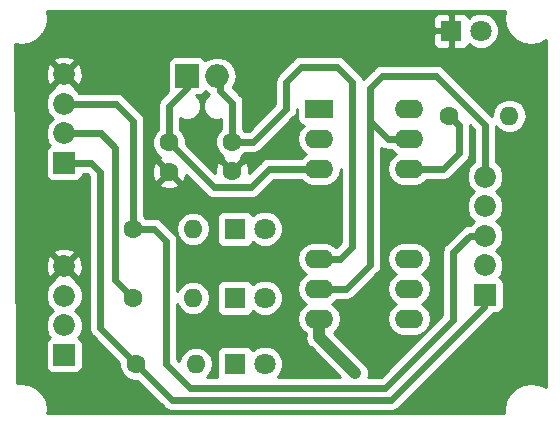
<source format=gbr>
G04 #@! TF.GenerationSoftware,KiCad,Pcbnew,5.0.1*
G04 #@! TF.CreationDate,2019-03-20T13:16:31+05:30*
G04 #@! TF.ProjectId,motor,6D6F746F722E6B696361645F70636200,rev?*
G04 #@! TF.SameCoordinates,Original*
G04 #@! TF.FileFunction,Copper,L1,Top,Signal*
G04 #@! TF.FilePolarity,Positive*
%FSLAX46Y46*%
G04 Gerber Fmt 4.6, Leading zero omitted, Abs format (unit mm)*
G04 Created by KiCad (PCBNEW 5.0.1) date Wed 20 Mar 2019 01:16:31 PM IST*
%MOMM*%
%LPD*%
G01*
G04 APERTURE LIST*
G04 #@! TA.AperFunction,ComponentPad*
%ADD10C,1.850000*%
G04 #@! TD*
G04 #@! TA.AperFunction,ComponentPad*
%ADD11R,1.850000X1.850000*%
G04 #@! TD*
G04 #@! TA.AperFunction,ComponentPad*
%ADD12C,1.800000*%
G04 #@! TD*
G04 #@! TA.AperFunction,ComponentPad*
%ADD13R,1.800000X1.800000*%
G04 #@! TD*
G04 #@! TA.AperFunction,ComponentPad*
%ADD14O,1.600000X1.600000*%
G04 #@! TD*
G04 #@! TA.AperFunction,ComponentPad*
%ADD15C,1.600000*%
G04 #@! TD*
G04 #@! TA.AperFunction,ComponentPad*
%ADD16O,2.400000X1.600000*%
G04 #@! TD*
G04 #@! TA.AperFunction,ComponentPad*
%ADD17R,2.400000X1.600000*%
G04 #@! TD*
G04 #@! TA.AperFunction,ComponentPad*
%ADD18R,1.998980X1.998980*%
G04 #@! TD*
G04 #@! TA.AperFunction,ComponentPad*
%ADD19O,1.998980X1.998980*%
G04 #@! TD*
G04 #@! TA.AperFunction,ViaPad*
%ADD20C,1.000000*%
G04 #@! TD*
G04 #@! TA.AperFunction,Conductor*
%ADD21C,1.000000*%
G04 #@! TD*
G04 #@! TA.AperFunction,Conductor*
%ADD22C,0.600000*%
G04 #@! TD*
G04 #@! TA.AperFunction,Conductor*
%ADD23C,0.254000*%
G04 #@! TD*
G04 APERTURE END LIST*
D10*
G04 #@! TO.P,J4,5*
G04 #@! TO.N,/2a*
X123525000Y-96675000D03*
G04 #@! TO.P,J4,4*
G04 #@! TO.N,/1a*
X123525000Y-99175000D03*
G04 #@! TO.P,J4,3*
G04 #@! TO.N,/sw1*
X123525000Y-101675000D03*
G04 #@! TO.P,J4,2*
G04 #@! TO.N,/sw2*
X123525000Y-104175000D03*
D11*
G04 #@! TO.P,J4,1*
G04 #@! TO.N,/sw3*
X123525000Y-106675000D03*
G04 #@! TD*
D12*
G04 #@! TO.P,D4,2*
G04 #@! TO.N,Net-(D4-Pad2)*
X123190000Y-84328000D03*
D13*
G04 #@! TO.P,D4,1*
G04 #@! TO.N,GND*
X120650000Y-84328000D03*
G04 #@! TD*
D14*
G04 #@! TO.P,R4,2*
G04 #@! TO.N,Net-(D4-Pad2)*
X125580000Y-91500000D03*
D15*
G04 #@! TO.P,R4,1*
G04 #@! TO.N,Net-(R4-Pad1)*
X120500000Y-91500000D03*
G04 #@! TD*
G04 #@! TO.P,C2,1*
G04 #@! TO.N,Net-(C2-Pad1)*
X102108000Y-93726000D03*
G04 #@! TO.P,C2,2*
G04 #@! TO.N,GND*
X102108000Y-96226000D03*
G04 #@! TD*
G04 #@! TO.P,C1,2*
G04 #@! TO.N,Net-(C1-Pad2)*
X96774000Y-93766000D03*
G04 #@! TO.P,C1,1*
G04 #@! TO.N,GND*
X96774000Y-96266000D03*
G04 #@! TD*
D14*
G04 #@! TO.P,R3,2*
G04 #@! TO.N,Net-(D3-Pad1)*
X99060000Y-112522000D03*
D15*
G04 #@! TO.P,R3,1*
G04 #@! TO.N,/sw3*
X93980000Y-112522000D03*
G04 #@! TD*
G04 #@! TO.P,R2,1*
G04 #@! TO.N,/sw2*
X93726000Y-106934000D03*
D14*
G04 #@! TO.P,R2,2*
G04 #@! TO.N,Net-(D2-Pad1)*
X98806000Y-106934000D03*
G04 #@! TD*
G04 #@! TO.P,R1,2*
G04 #@! TO.N,Net-(D1-Pad1)*
X98806000Y-101092000D03*
D15*
G04 #@! TO.P,R1,1*
G04 #@! TO.N,/sw1*
X93726000Y-101092000D03*
G04 #@! TD*
D12*
G04 #@! TO.P,D3,2*
G04 #@! TO.N,+5V*
X104902000Y-112522000D03*
D13*
G04 #@! TO.P,D3,1*
G04 #@! TO.N,Net-(D3-Pad1)*
X102362000Y-112522000D03*
G04 #@! TD*
G04 #@! TO.P,D2,1*
G04 #@! TO.N,Net-(D2-Pad1)*
X102362000Y-106934000D03*
D12*
G04 #@! TO.P,D2,2*
G04 #@! TO.N,+5V*
X104902000Y-106934000D03*
G04 #@! TD*
G04 #@! TO.P,D1,2*
G04 #@! TO.N,+5V*
X104902000Y-101092000D03*
D13*
G04 #@! TO.P,D1,1*
G04 #@! TO.N,Net-(D1-Pad1)*
X102362000Y-101092000D03*
G04 #@! TD*
D16*
G04 #@! TO.P,U1,16*
G04 #@! TO.N,+5V*
X117094000Y-90932000D03*
G04 #@! TO.P,U1,8*
G04 #@! TO.N,+12V*
X109474000Y-108712000D03*
G04 #@! TO.P,U1,15*
G04 #@! TO.N,/2a*
X117094000Y-93472000D03*
G04 #@! TO.P,U1,7*
X109474000Y-106172000D03*
G04 #@! TO.P,U1,14*
G04 #@! TO.N,Net-(R4-Pad1)*
X117094000Y-96012000D03*
G04 #@! TO.P,U1,6*
G04 #@! TO.N,Net-(C2-Pad1)*
X109474000Y-103632000D03*
G04 #@! TO.P,U1,13*
G04 #@! TO.N,GND*
X117094000Y-98552000D03*
G04 #@! TO.P,U1,5*
X109474000Y-101092000D03*
G04 #@! TO.P,U1,12*
X117094000Y-101092000D03*
G04 #@! TO.P,U1,4*
X109474000Y-98552000D03*
G04 #@! TO.P,U1,11*
G04 #@! TO.N,Net-(U1-Pad11)*
X117094000Y-103632000D03*
G04 #@! TO.P,U1,3*
G04 #@! TO.N,Net-(C1-Pad2)*
X109474000Y-96012000D03*
G04 #@! TO.P,U1,10*
G04 #@! TO.N,Net-(U1-Pad10)*
X117094000Y-106172000D03*
G04 #@! TO.P,U1,2*
G04 #@! TO.N,/1a*
X109474000Y-93472000D03*
G04 #@! TO.P,U1,9*
X117094000Y-108712000D03*
D17*
G04 #@! TO.P,U1,1*
G04 #@! TO.N,+5V*
X109474000Y-90932000D03*
G04 #@! TD*
D10*
G04 #@! TO.P,J1,4*
G04 #@! TO.N,GND*
X87884000Y-104260000D03*
G04 #@! TO.P,J1,3*
G04 #@! TO.N,+5V*
X87884000Y-106760000D03*
G04 #@! TO.P,J1,2*
G04 #@! TO.N,+12V*
X87884000Y-109260000D03*
D11*
G04 #@! TO.P,J1,1*
G04 #@! TO.N,Net-(J1-Pad1)*
X87884000Y-111760000D03*
G04 #@! TD*
D10*
G04 #@! TO.P,J2,4*
G04 #@! TO.N,GND*
X87884000Y-88004000D03*
G04 #@! TO.P,J2,3*
G04 #@! TO.N,/sw1*
X87884000Y-90504000D03*
G04 #@! TO.P,J2,2*
G04 #@! TO.N,/sw2*
X87884000Y-93004000D03*
D11*
G04 #@! TO.P,J2,1*
G04 #@! TO.N,/sw3*
X87884000Y-95504000D03*
G04 #@! TD*
D18*
G04 #@! TO.P,J3,1*
G04 #@! TO.N,Net-(C1-Pad2)*
X98298000Y-88138000D03*
D19*
G04 #@! TO.P,J3,2*
G04 #@! TO.N,Net-(C2-Pad1)*
X100838000Y-88138000D03*
G04 #@! TD*
D20*
G04 #@! TO.N,+12V*
X112522000Y-113284000D03*
G04 #@! TD*
D21*
G04 #@! TO.N,+12V*
X109474000Y-108712000D02*
X109474000Y-110236000D01*
X109474000Y-110236000D02*
X112522000Y-113284000D01*
D22*
G04 #@! TO.N,/sw3*
X115570000Y-115570000D02*
X121412000Y-109728000D01*
X93980000Y-112522000D02*
X97028000Y-115570000D01*
X97028000Y-115570000D02*
X115570000Y-115570000D01*
X123425000Y-107715000D02*
X123425000Y-106775000D01*
X121412000Y-109728000D02*
X123425000Y-107715000D01*
X93980000Y-112522000D02*
X90932000Y-109474000D01*
X90932000Y-109474000D02*
X90932000Y-96266000D01*
X90170000Y-95504000D02*
X87884000Y-95504000D01*
X90932000Y-96266000D02*
X90170000Y-95504000D01*
G04 #@! TO.N,/sw2*
X93726000Y-106934000D02*
X92202000Y-105410000D01*
X92202000Y-105410000D02*
X92202000Y-94234000D01*
X90972000Y-93004000D02*
X92202000Y-94234000D01*
X87884000Y-93004000D02*
X90972000Y-93004000D01*
G04 #@! TO.N,/sw1*
X115062000Y-114554000D02*
X98552000Y-114554000D01*
X120825000Y-103066853D02*
X120825000Y-108791000D01*
X122216853Y-101675000D02*
X120825000Y-103066853D01*
X123525000Y-101675000D02*
X122216853Y-101675000D01*
X120825000Y-108791000D02*
X115062000Y-114554000D01*
X92282000Y-90504000D02*
X87884000Y-90504000D01*
X93726000Y-101092000D02*
X93726000Y-91948000D01*
X93726000Y-91948000D02*
X92282000Y-90504000D01*
X98552000Y-114554000D02*
X96520000Y-112522000D01*
X96520000Y-112522000D02*
X96520000Y-102108000D01*
X95504000Y-101092000D02*
X93726000Y-101092000D01*
X96520000Y-102108000D02*
X95504000Y-101092000D01*
G04 #@! TO.N,/2a*
X111760000Y-106172000D02*
X109474000Y-106172000D01*
X113792000Y-104140000D02*
X111760000Y-106172000D01*
X119380000Y-88138000D02*
X114808000Y-88138000D01*
X123535001Y-92293001D02*
X119380000Y-88138000D01*
X114808000Y-88138000D02*
X113792000Y-89154000D01*
X115294000Y-93472000D02*
X113792000Y-91970000D01*
X113792000Y-91970000D02*
X113792000Y-91100000D01*
X117094000Y-93472000D02*
X115294000Y-93472000D01*
X113792000Y-89154000D02*
X113792000Y-91100000D01*
X113792000Y-91100000D02*
X113792000Y-104140000D01*
X123525000Y-94335001D02*
X123535001Y-94325000D01*
X123525000Y-96675000D02*
X123525000Y-94335001D01*
X123535001Y-95755001D02*
X123535001Y-94325000D01*
X123535001Y-94325000D02*
X123535001Y-92293001D01*
G04 #@! TO.N,Net-(C1-Pad2)*
X98298000Y-89123998D02*
X98298000Y-88138000D01*
X96774000Y-90647998D02*
X98298000Y-89123998D01*
X96774000Y-93766000D02*
X96774000Y-90647998D01*
X105263000Y-96012000D02*
X109474000Y-96012000D01*
X103748999Y-97526001D02*
X105263000Y-96012000D01*
X96774000Y-93766000D02*
X100534001Y-97526001D01*
X100534001Y-97526001D02*
X103748999Y-97526001D01*
G04 #@! TO.N,Net-(C2-Pad1)*
X102108000Y-90393998D02*
X101092000Y-89377998D01*
X102108000Y-93726000D02*
X102108000Y-90393998D01*
X101092000Y-88392000D02*
X100838000Y-88138000D01*
X101092000Y-89377998D02*
X101092000Y-88392000D01*
X111252000Y-103632000D02*
X109474000Y-103632000D01*
X112268000Y-102616000D02*
X111252000Y-103632000D01*
X112268000Y-88646000D02*
X112268000Y-102616000D01*
X102108000Y-93726000D02*
X103886000Y-93726000D01*
X106680000Y-90932000D02*
X106680000Y-88646000D01*
X103886000Y-93726000D02*
X106680000Y-90932000D01*
X107950000Y-87376000D02*
X110998000Y-87376000D01*
X106680000Y-88646000D02*
X107950000Y-87376000D01*
X110998000Y-87376000D02*
X112268000Y-88646000D01*
G04 #@! TO.N,Net-(R4-Pad1)*
X121299999Y-92299999D02*
X121299999Y-94700001D01*
X120500000Y-91500000D02*
X121299999Y-92299999D01*
X119988000Y-96012000D02*
X117094000Y-96012000D01*
X121299999Y-94700001D02*
X119988000Y-96012000D01*
G04 #@! TD*
D23*
G04 #@! TO.N,GND*
G36*
X125105000Y-83220000D02*
X125217815Y-83932284D01*
X125545216Y-84574845D01*
X126055155Y-85084784D01*
X126697716Y-85412185D01*
X127410000Y-85525000D01*
X128122284Y-85412185D01*
X128651000Y-85142791D01*
X128651000Y-114497209D01*
X128122284Y-114227815D01*
X127410000Y-114115000D01*
X126697716Y-114227815D01*
X126055155Y-114555216D01*
X125545216Y-115065155D01*
X125217815Y-115707716D01*
X125105000Y-116420000D01*
X125151407Y-116713000D01*
X86468593Y-116713000D01*
X86515000Y-116420000D01*
X86402185Y-115707716D01*
X86074784Y-115065155D01*
X85564845Y-114555216D01*
X84922284Y-114227815D01*
X84210000Y-114115000D01*
X83927150Y-114159799D01*
X83902523Y-110835000D01*
X86311560Y-110835000D01*
X86311560Y-112685000D01*
X86360843Y-112932765D01*
X86501191Y-113142809D01*
X86711235Y-113283157D01*
X86959000Y-113332440D01*
X88809000Y-113332440D01*
X89056765Y-113283157D01*
X89266809Y-113142809D01*
X89407157Y-112932765D01*
X89456440Y-112685000D01*
X89456440Y-110835000D01*
X89407157Y-110587235D01*
X89266809Y-110377191D01*
X89090673Y-110259500D01*
X89206504Y-110143669D01*
X89444000Y-109570303D01*
X89444000Y-108949697D01*
X89206504Y-108376331D01*
X88840173Y-108010000D01*
X89206504Y-107643669D01*
X89444000Y-107070303D01*
X89444000Y-106449697D01*
X89206504Y-105876331D01*
X88773330Y-105443157D01*
X88802651Y-105358256D01*
X87884000Y-104439605D01*
X86965349Y-105358256D01*
X86994670Y-105443157D01*
X86561496Y-105876331D01*
X86324000Y-106449697D01*
X86324000Y-107070303D01*
X86561496Y-107643669D01*
X86927827Y-108010000D01*
X86561496Y-108376331D01*
X86324000Y-108949697D01*
X86324000Y-109570303D01*
X86561496Y-110143669D01*
X86677327Y-110259500D01*
X86501191Y-110377191D01*
X86360843Y-110587235D01*
X86311560Y-110835000D01*
X83902523Y-110835000D01*
X83851993Y-104013368D01*
X86312675Y-104013368D01*
X86337903Y-104633461D01*
X86526668Y-105089179D01*
X86785744Y-105178651D01*
X87704395Y-104260000D01*
X88063605Y-104260000D01*
X88982256Y-105178651D01*
X89241332Y-105089179D01*
X89455325Y-104506632D01*
X89430097Y-103886539D01*
X89241332Y-103430821D01*
X88982256Y-103341349D01*
X88063605Y-104260000D01*
X87704395Y-104260000D01*
X86785744Y-103341349D01*
X86526668Y-103430821D01*
X86312675Y-104013368D01*
X83851993Y-104013368D01*
X83845685Y-103161744D01*
X86965349Y-103161744D01*
X87884000Y-104080395D01*
X88802651Y-103161744D01*
X88713179Y-102902668D01*
X88130632Y-102688675D01*
X87510539Y-102713903D01*
X87054821Y-102902668D01*
X86965349Y-103161744D01*
X83845685Y-103161744D01*
X83782108Y-94579000D01*
X86311560Y-94579000D01*
X86311560Y-96429000D01*
X86360843Y-96676765D01*
X86501191Y-96886809D01*
X86711235Y-97027157D01*
X86959000Y-97076440D01*
X88809000Y-97076440D01*
X89056765Y-97027157D01*
X89266809Y-96886809D01*
X89407157Y-96676765D01*
X89454451Y-96439000D01*
X89782711Y-96439000D01*
X89997001Y-96653291D01*
X89997000Y-109381914D01*
X89978683Y-109474000D01*
X89997000Y-109566085D01*
X90051250Y-109838818D01*
X90257903Y-110148097D01*
X90335972Y-110200261D01*
X92545000Y-112409290D01*
X92545000Y-112807439D01*
X92763466Y-113334862D01*
X93167138Y-113738534D01*
X93694561Y-113957000D01*
X94092711Y-113957000D01*
X96301741Y-116166031D01*
X96353903Y-116244097D01*
X96663181Y-116450750D01*
X96832829Y-116484495D01*
X97028000Y-116523317D01*
X97120086Y-116505000D01*
X115477914Y-116505000D01*
X115570000Y-116523317D01*
X115662086Y-116505000D01*
X115934819Y-116450750D01*
X116244097Y-116244097D01*
X116296261Y-116166028D01*
X122138259Y-110324030D01*
X124021031Y-108441259D01*
X124099097Y-108389097D01*
X124193749Y-108247440D01*
X124450000Y-108247440D01*
X124697765Y-108198157D01*
X124907809Y-108057809D01*
X125048157Y-107847765D01*
X125097440Y-107600000D01*
X125097440Y-105750000D01*
X125048157Y-105502235D01*
X124907809Y-105292191D01*
X124731673Y-105174500D01*
X124847504Y-105058669D01*
X125085000Y-104485303D01*
X125085000Y-103864697D01*
X124847504Y-103291331D01*
X124481173Y-102925000D01*
X124847504Y-102558669D01*
X125085000Y-101985303D01*
X125085000Y-101364697D01*
X124847504Y-100791331D01*
X124481173Y-100425000D01*
X124847504Y-100058669D01*
X125085000Y-99485303D01*
X125085000Y-98864697D01*
X124847504Y-98291331D01*
X124481173Y-97925000D01*
X124847504Y-97558669D01*
X125085000Y-96985303D01*
X125085000Y-96364697D01*
X124847504Y-95791331D01*
X124470001Y-95413828D01*
X124470001Y-94417085D01*
X124488318Y-94325000D01*
X124470001Y-94232914D01*
X124470001Y-92421700D01*
X124545423Y-92534577D01*
X125020091Y-92851740D01*
X125438667Y-92935000D01*
X125721333Y-92935000D01*
X126139909Y-92851740D01*
X126614577Y-92534577D01*
X126931740Y-92059909D01*
X127043113Y-91500000D01*
X126931740Y-90940091D01*
X126614577Y-90465423D01*
X126139909Y-90148260D01*
X125721333Y-90065000D01*
X125438667Y-90065000D01*
X125020091Y-90148260D01*
X124545423Y-90465423D01*
X124228260Y-90940091D01*
X124116887Y-91500000D01*
X124129947Y-91565657D01*
X120106261Y-87541972D01*
X120054097Y-87463903D01*
X119744819Y-87257250D01*
X119472086Y-87203000D01*
X119380000Y-87184683D01*
X119287914Y-87203000D01*
X114900086Y-87203000D01*
X114808000Y-87184683D01*
X114715914Y-87203000D01*
X114443181Y-87257250D01*
X114133903Y-87463903D01*
X114081741Y-87541969D01*
X113195972Y-88427739D01*
X113180022Y-88438396D01*
X113148750Y-88281181D01*
X112942097Y-87971903D01*
X112864031Y-87919741D01*
X111724261Y-86779972D01*
X111672097Y-86701903D01*
X111362819Y-86495250D01*
X111090086Y-86441000D01*
X110998000Y-86422683D01*
X110905914Y-86441000D01*
X108042081Y-86441000D01*
X107949999Y-86422684D01*
X107857917Y-86441000D01*
X107857914Y-86441000D01*
X107585181Y-86495250D01*
X107275903Y-86701903D01*
X107223741Y-86779969D01*
X106083970Y-87919741D01*
X106005904Y-87971903D01*
X105953742Y-88049969D01*
X105953741Y-88049970D01*
X105799250Y-88281182D01*
X105726683Y-88646000D01*
X105745001Y-88738090D01*
X105745000Y-90544711D01*
X103498711Y-92791000D01*
X103202396Y-92791000D01*
X103043000Y-92631604D01*
X103043000Y-90486084D01*
X103061317Y-90393998D01*
X102988750Y-90029179D01*
X102834259Y-89797967D01*
X102782097Y-89719901D01*
X102704031Y-89667739D01*
X102151100Y-89114809D01*
X102377655Y-88775746D01*
X102504511Y-88138000D01*
X102377655Y-87500254D01*
X102016401Y-86959599D01*
X101475746Y-86598345D01*
X100998980Y-86503510D01*
X100677020Y-86503510D01*
X100200254Y-86598345D01*
X99854595Y-86829307D01*
X99755299Y-86680701D01*
X99545255Y-86540353D01*
X99297490Y-86491070D01*
X97298510Y-86491070D01*
X97050745Y-86540353D01*
X96840701Y-86680701D01*
X96700353Y-86890745D01*
X96651070Y-87138510D01*
X96651070Y-89137490D01*
X96700353Y-89385255D01*
X96706001Y-89393708D01*
X96177970Y-89921739D01*
X96099904Y-89973901D01*
X96047742Y-90051967D01*
X96047741Y-90051968D01*
X95893250Y-90283180D01*
X95820683Y-90647998D01*
X95839001Y-90740088D01*
X95839000Y-92671604D01*
X95557466Y-92953138D01*
X95339000Y-93480561D01*
X95339000Y-94051439D01*
X95557466Y-94578862D01*
X95961138Y-94982534D01*
X96026299Y-95009525D01*
X96019995Y-95012136D01*
X95945861Y-95258255D01*
X96774000Y-96086395D01*
X96788143Y-96072253D01*
X96967748Y-96251858D01*
X96953605Y-96266000D01*
X97781745Y-97094139D01*
X98027864Y-97020005D01*
X98207090Y-96521379D01*
X99807742Y-98122032D01*
X99859904Y-98200098D01*
X100169182Y-98406751D01*
X100441915Y-98461001D01*
X100441919Y-98461001D01*
X100534000Y-98479317D01*
X100626081Y-98461001D01*
X103656913Y-98461001D01*
X103748999Y-98479318D01*
X103841085Y-98461001D01*
X104113818Y-98406751D01*
X104423096Y-98200098D01*
X104475260Y-98122029D01*
X105650290Y-96947000D01*
X107972888Y-96947000D01*
X108039423Y-97046577D01*
X108514091Y-97363740D01*
X108932667Y-97447000D01*
X110015333Y-97447000D01*
X110433909Y-97363740D01*
X110908577Y-97046577D01*
X111225740Y-96571909D01*
X111333001Y-96032675D01*
X111333001Y-102228709D01*
X110930892Y-102630819D01*
X110908577Y-102597423D01*
X110433909Y-102280260D01*
X110015333Y-102197000D01*
X108932667Y-102197000D01*
X108514091Y-102280260D01*
X108039423Y-102597423D01*
X107722260Y-103072091D01*
X107610887Y-103632000D01*
X107722260Y-104191909D01*
X108039423Y-104666577D01*
X108391758Y-104902000D01*
X108039423Y-105137423D01*
X107722260Y-105612091D01*
X107610887Y-106172000D01*
X107722260Y-106731909D01*
X108039423Y-107206577D01*
X108391758Y-107442000D01*
X108039423Y-107677423D01*
X107722260Y-108152091D01*
X107610887Y-108712000D01*
X107722260Y-109271909D01*
X108039423Y-109746577D01*
X108339000Y-109946748D01*
X108339000Y-110124217D01*
X108316765Y-110236000D01*
X108404854Y-110678854D01*
X108404855Y-110678855D01*
X108655712Y-111054289D01*
X108750480Y-111117611D01*
X111251868Y-113619000D01*
X105975817Y-113619000D01*
X106203310Y-113391507D01*
X106437000Y-112827330D01*
X106437000Y-112216670D01*
X106203310Y-111652493D01*
X105771507Y-111220690D01*
X105207330Y-110987000D01*
X104596670Y-110987000D01*
X104032493Y-111220690D01*
X103863275Y-111389908D01*
X103860157Y-111374235D01*
X103719809Y-111164191D01*
X103509765Y-111023843D01*
X103262000Y-110974560D01*
X101462000Y-110974560D01*
X101214235Y-111023843D01*
X101004191Y-111164191D01*
X100863843Y-111374235D01*
X100814560Y-111622000D01*
X100814560Y-113422000D01*
X100853745Y-113619000D01*
X100001154Y-113619000D01*
X100094577Y-113556577D01*
X100411740Y-113081909D01*
X100523113Y-112522000D01*
X100411740Y-111962091D01*
X100094577Y-111487423D01*
X99619909Y-111170260D01*
X99201333Y-111087000D01*
X98918667Y-111087000D01*
X98500091Y-111170260D01*
X98025423Y-111487423D01*
X97708260Y-111962091D01*
X97637602Y-112317313D01*
X97455000Y-112134711D01*
X97455000Y-107495016D01*
X97771423Y-107968577D01*
X98246091Y-108285740D01*
X98664667Y-108369000D01*
X98947333Y-108369000D01*
X99365909Y-108285740D01*
X99840577Y-107968577D01*
X100157740Y-107493909D01*
X100269113Y-106934000D01*
X100157740Y-106374091D01*
X99930499Y-106034000D01*
X100814560Y-106034000D01*
X100814560Y-107834000D01*
X100863843Y-108081765D01*
X101004191Y-108291809D01*
X101214235Y-108432157D01*
X101462000Y-108481440D01*
X103262000Y-108481440D01*
X103509765Y-108432157D01*
X103719809Y-108291809D01*
X103860157Y-108081765D01*
X103863275Y-108066092D01*
X104032493Y-108235310D01*
X104596670Y-108469000D01*
X105207330Y-108469000D01*
X105771507Y-108235310D01*
X106203310Y-107803507D01*
X106437000Y-107239330D01*
X106437000Y-106628670D01*
X106203310Y-106064493D01*
X105771507Y-105632690D01*
X105207330Y-105399000D01*
X104596670Y-105399000D01*
X104032493Y-105632690D01*
X103863275Y-105801908D01*
X103860157Y-105786235D01*
X103719809Y-105576191D01*
X103509765Y-105435843D01*
X103262000Y-105386560D01*
X101462000Y-105386560D01*
X101214235Y-105435843D01*
X101004191Y-105576191D01*
X100863843Y-105786235D01*
X100814560Y-106034000D01*
X99930499Y-106034000D01*
X99840577Y-105899423D01*
X99365909Y-105582260D01*
X98947333Y-105499000D01*
X98664667Y-105499000D01*
X98246091Y-105582260D01*
X97771423Y-105899423D01*
X97455000Y-106372984D01*
X97455000Y-102200086D01*
X97473317Y-102108000D01*
X97400750Y-101743181D01*
X97246259Y-101511969D01*
X97194097Y-101433903D01*
X97116031Y-101381741D01*
X96826290Y-101092000D01*
X97342887Y-101092000D01*
X97454260Y-101651909D01*
X97771423Y-102126577D01*
X98246091Y-102443740D01*
X98664667Y-102527000D01*
X98947333Y-102527000D01*
X99365909Y-102443740D01*
X99840577Y-102126577D01*
X100157740Y-101651909D01*
X100269113Y-101092000D01*
X100157740Y-100532091D01*
X99930499Y-100192000D01*
X100814560Y-100192000D01*
X100814560Y-101992000D01*
X100863843Y-102239765D01*
X101004191Y-102449809D01*
X101214235Y-102590157D01*
X101462000Y-102639440D01*
X103262000Y-102639440D01*
X103509765Y-102590157D01*
X103719809Y-102449809D01*
X103860157Y-102239765D01*
X103863275Y-102224092D01*
X104032493Y-102393310D01*
X104596670Y-102627000D01*
X105207330Y-102627000D01*
X105771507Y-102393310D01*
X106203310Y-101961507D01*
X106437000Y-101397330D01*
X106437000Y-100786670D01*
X106203310Y-100222493D01*
X105771507Y-99790690D01*
X105207330Y-99557000D01*
X104596670Y-99557000D01*
X104032493Y-99790690D01*
X103863275Y-99959908D01*
X103860157Y-99944235D01*
X103719809Y-99734191D01*
X103509765Y-99593843D01*
X103262000Y-99544560D01*
X101462000Y-99544560D01*
X101214235Y-99593843D01*
X101004191Y-99734191D01*
X100863843Y-99944235D01*
X100814560Y-100192000D01*
X99930499Y-100192000D01*
X99840577Y-100057423D01*
X99365909Y-99740260D01*
X98947333Y-99657000D01*
X98664667Y-99657000D01*
X98246091Y-99740260D01*
X97771423Y-100057423D01*
X97454260Y-100532091D01*
X97342887Y-101092000D01*
X96826290Y-101092000D01*
X96230261Y-100495972D01*
X96178097Y-100417903D01*
X95868819Y-100211250D01*
X95596086Y-100157000D01*
X95504000Y-100138683D01*
X95411914Y-100157000D01*
X94820396Y-100157000D01*
X94661000Y-99997604D01*
X94661000Y-97273745D01*
X95945861Y-97273745D01*
X96019995Y-97519864D01*
X96557223Y-97712965D01*
X97127454Y-97685778D01*
X97528005Y-97519864D01*
X97602139Y-97273745D01*
X96774000Y-96445605D01*
X95945861Y-97273745D01*
X94661000Y-97273745D01*
X94661000Y-96049223D01*
X95327035Y-96049223D01*
X95354222Y-96619454D01*
X95520136Y-97020005D01*
X95766255Y-97094139D01*
X96594395Y-96266000D01*
X95766255Y-95437861D01*
X95520136Y-95511995D01*
X95327035Y-96049223D01*
X94661000Y-96049223D01*
X94661000Y-92040081D01*
X94679316Y-91947999D01*
X94661000Y-91855917D01*
X94661000Y-91855914D01*
X94606750Y-91583181D01*
X94400097Y-91273903D01*
X94322031Y-91221741D01*
X93008261Y-89907972D01*
X92956097Y-89829903D01*
X92646819Y-89623250D01*
X92374086Y-89569000D01*
X92282000Y-89550683D01*
X92189914Y-89569000D01*
X89155173Y-89569000D01*
X88773330Y-89187157D01*
X88802651Y-89102256D01*
X87884000Y-88183605D01*
X86965349Y-89102256D01*
X86994670Y-89187157D01*
X86561496Y-89620331D01*
X86324000Y-90193697D01*
X86324000Y-90814303D01*
X86561496Y-91387669D01*
X86927827Y-91754000D01*
X86561496Y-92120331D01*
X86324000Y-92693697D01*
X86324000Y-93314303D01*
X86561496Y-93887669D01*
X86677327Y-94003500D01*
X86501191Y-94121191D01*
X86360843Y-94331235D01*
X86311560Y-94579000D01*
X83782108Y-94579000D01*
X83731578Y-87757368D01*
X86312675Y-87757368D01*
X86337903Y-88377461D01*
X86526668Y-88833179D01*
X86785744Y-88922651D01*
X87704395Y-88004000D01*
X88063605Y-88004000D01*
X88982256Y-88922651D01*
X89241332Y-88833179D01*
X89455325Y-88250632D01*
X89430097Y-87630539D01*
X89241332Y-87174821D01*
X88982256Y-87085349D01*
X88063605Y-88004000D01*
X87704395Y-88004000D01*
X86785744Y-87085349D01*
X86526668Y-87174821D01*
X86312675Y-87757368D01*
X83731578Y-87757368D01*
X83725270Y-86905744D01*
X86965349Y-86905744D01*
X87884000Y-87824395D01*
X88802651Y-86905744D01*
X88713179Y-86646668D01*
X88130632Y-86432675D01*
X87510539Y-86457903D01*
X87054821Y-86646668D01*
X86965349Y-86905744D01*
X83725270Y-86905744D01*
X83714460Y-85446514D01*
X84210000Y-85525000D01*
X84922284Y-85412185D01*
X85564845Y-85084784D01*
X86035879Y-84613750D01*
X119115000Y-84613750D01*
X119115000Y-85354310D01*
X119211673Y-85587699D01*
X119390302Y-85766327D01*
X119623691Y-85863000D01*
X120364250Y-85863000D01*
X120523000Y-85704250D01*
X120523000Y-84455000D01*
X119273750Y-84455000D01*
X119115000Y-84613750D01*
X86035879Y-84613750D01*
X86074784Y-84574845D01*
X86402185Y-83932284D01*
X86502061Y-83301690D01*
X119115000Y-83301690D01*
X119115000Y-84042250D01*
X119273750Y-84201000D01*
X120523000Y-84201000D01*
X120523000Y-82951750D01*
X120777000Y-82951750D01*
X120777000Y-84201000D01*
X120797000Y-84201000D01*
X120797000Y-84455000D01*
X120777000Y-84455000D01*
X120777000Y-85704250D01*
X120935750Y-85863000D01*
X121676309Y-85863000D01*
X121909698Y-85766327D01*
X122088327Y-85587699D01*
X122144139Y-85452956D01*
X122320493Y-85629310D01*
X122884670Y-85863000D01*
X123495330Y-85863000D01*
X124059507Y-85629310D01*
X124491310Y-85197507D01*
X124725000Y-84633330D01*
X124725000Y-84022670D01*
X124491310Y-83458493D01*
X124059507Y-83026690D01*
X123495330Y-82793000D01*
X122884670Y-82793000D01*
X122320493Y-83026690D01*
X122144139Y-83203044D01*
X122088327Y-83068301D01*
X121909698Y-82889673D01*
X121676309Y-82793000D01*
X120935750Y-82793000D01*
X120777000Y-82951750D01*
X120523000Y-82951750D01*
X120364250Y-82793000D01*
X119623691Y-82793000D01*
X119390302Y-82889673D01*
X119211673Y-83068301D01*
X119115000Y-83301690D01*
X86502061Y-83301690D01*
X86515000Y-83220000D01*
X86428997Y-82677000D01*
X125191003Y-82677000D01*
X125105000Y-83220000D01*
X125105000Y-83220000D01*
G37*
X125105000Y-83220000D02*
X125217815Y-83932284D01*
X125545216Y-84574845D01*
X126055155Y-85084784D01*
X126697716Y-85412185D01*
X127410000Y-85525000D01*
X128122284Y-85412185D01*
X128651000Y-85142791D01*
X128651000Y-114497209D01*
X128122284Y-114227815D01*
X127410000Y-114115000D01*
X126697716Y-114227815D01*
X126055155Y-114555216D01*
X125545216Y-115065155D01*
X125217815Y-115707716D01*
X125105000Y-116420000D01*
X125151407Y-116713000D01*
X86468593Y-116713000D01*
X86515000Y-116420000D01*
X86402185Y-115707716D01*
X86074784Y-115065155D01*
X85564845Y-114555216D01*
X84922284Y-114227815D01*
X84210000Y-114115000D01*
X83927150Y-114159799D01*
X83902523Y-110835000D01*
X86311560Y-110835000D01*
X86311560Y-112685000D01*
X86360843Y-112932765D01*
X86501191Y-113142809D01*
X86711235Y-113283157D01*
X86959000Y-113332440D01*
X88809000Y-113332440D01*
X89056765Y-113283157D01*
X89266809Y-113142809D01*
X89407157Y-112932765D01*
X89456440Y-112685000D01*
X89456440Y-110835000D01*
X89407157Y-110587235D01*
X89266809Y-110377191D01*
X89090673Y-110259500D01*
X89206504Y-110143669D01*
X89444000Y-109570303D01*
X89444000Y-108949697D01*
X89206504Y-108376331D01*
X88840173Y-108010000D01*
X89206504Y-107643669D01*
X89444000Y-107070303D01*
X89444000Y-106449697D01*
X89206504Y-105876331D01*
X88773330Y-105443157D01*
X88802651Y-105358256D01*
X87884000Y-104439605D01*
X86965349Y-105358256D01*
X86994670Y-105443157D01*
X86561496Y-105876331D01*
X86324000Y-106449697D01*
X86324000Y-107070303D01*
X86561496Y-107643669D01*
X86927827Y-108010000D01*
X86561496Y-108376331D01*
X86324000Y-108949697D01*
X86324000Y-109570303D01*
X86561496Y-110143669D01*
X86677327Y-110259500D01*
X86501191Y-110377191D01*
X86360843Y-110587235D01*
X86311560Y-110835000D01*
X83902523Y-110835000D01*
X83851993Y-104013368D01*
X86312675Y-104013368D01*
X86337903Y-104633461D01*
X86526668Y-105089179D01*
X86785744Y-105178651D01*
X87704395Y-104260000D01*
X88063605Y-104260000D01*
X88982256Y-105178651D01*
X89241332Y-105089179D01*
X89455325Y-104506632D01*
X89430097Y-103886539D01*
X89241332Y-103430821D01*
X88982256Y-103341349D01*
X88063605Y-104260000D01*
X87704395Y-104260000D01*
X86785744Y-103341349D01*
X86526668Y-103430821D01*
X86312675Y-104013368D01*
X83851993Y-104013368D01*
X83845685Y-103161744D01*
X86965349Y-103161744D01*
X87884000Y-104080395D01*
X88802651Y-103161744D01*
X88713179Y-102902668D01*
X88130632Y-102688675D01*
X87510539Y-102713903D01*
X87054821Y-102902668D01*
X86965349Y-103161744D01*
X83845685Y-103161744D01*
X83782108Y-94579000D01*
X86311560Y-94579000D01*
X86311560Y-96429000D01*
X86360843Y-96676765D01*
X86501191Y-96886809D01*
X86711235Y-97027157D01*
X86959000Y-97076440D01*
X88809000Y-97076440D01*
X89056765Y-97027157D01*
X89266809Y-96886809D01*
X89407157Y-96676765D01*
X89454451Y-96439000D01*
X89782711Y-96439000D01*
X89997001Y-96653291D01*
X89997000Y-109381914D01*
X89978683Y-109474000D01*
X89997000Y-109566085D01*
X90051250Y-109838818D01*
X90257903Y-110148097D01*
X90335972Y-110200261D01*
X92545000Y-112409290D01*
X92545000Y-112807439D01*
X92763466Y-113334862D01*
X93167138Y-113738534D01*
X93694561Y-113957000D01*
X94092711Y-113957000D01*
X96301741Y-116166031D01*
X96353903Y-116244097D01*
X96663181Y-116450750D01*
X96832829Y-116484495D01*
X97028000Y-116523317D01*
X97120086Y-116505000D01*
X115477914Y-116505000D01*
X115570000Y-116523317D01*
X115662086Y-116505000D01*
X115934819Y-116450750D01*
X116244097Y-116244097D01*
X116296261Y-116166028D01*
X122138259Y-110324030D01*
X124021031Y-108441259D01*
X124099097Y-108389097D01*
X124193749Y-108247440D01*
X124450000Y-108247440D01*
X124697765Y-108198157D01*
X124907809Y-108057809D01*
X125048157Y-107847765D01*
X125097440Y-107600000D01*
X125097440Y-105750000D01*
X125048157Y-105502235D01*
X124907809Y-105292191D01*
X124731673Y-105174500D01*
X124847504Y-105058669D01*
X125085000Y-104485303D01*
X125085000Y-103864697D01*
X124847504Y-103291331D01*
X124481173Y-102925000D01*
X124847504Y-102558669D01*
X125085000Y-101985303D01*
X125085000Y-101364697D01*
X124847504Y-100791331D01*
X124481173Y-100425000D01*
X124847504Y-100058669D01*
X125085000Y-99485303D01*
X125085000Y-98864697D01*
X124847504Y-98291331D01*
X124481173Y-97925000D01*
X124847504Y-97558669D01*
X125085000Y-96985303D01*
X125085000Y-96364697D01*
X124847504Y-95791331D01*
X124470001Y-95413828D01*
X124470001Y-94417085D01*
X124488318Y-94325000D01*
X124470001Y-94232914D01*
X124470001Y-92421700D01*
X124545423Y-92534577D01*
X125020091Y-92851740D01*
X125438667Y-92935000D01*
X125721333Y-92935000D01*
X126139909Y-92851740D01*
X126614577Y-92534577D01*
X126931740Y-92059909D01*
X127043113Y-91500000D01*
X126931740Y-90940091D01*
X126614577Y-90465423D01*
X126139909Y-90148260D01*
X125721333Y-90065000D01*
X125438667Y-90065000D01*
X125020091Y-90148260D01*
X124545423Y-90465423D01*
X124228260Y-90940091D01*
X124116887Y-91500000D01*
X124129947Y-91565657D01*
X120106261Y-87541972D01*
X120054097Y-87463903D01*
X119744819Y-87257250D01*
X119472086Y-87203000D01*
X119380000Y-87184683D01*
X119287914Y-87203000D01*
X114900086Y-87203000D01*
X114808000Y-87184683D01*
X114715914Y-87203000D01*
X114443181Y-87257250D01*
X114133903Y-87463903D01*
X114081741Y-87541969D01*
X113195972Y-88427739D01*
X113180022Y-88438396D01*
X113148750Y-88281181D01*
X112942097Y-87971903D01*
X112864031Y-87919741D01*
X111724261Y-86779972D01*
X111672097Y-86701903D01*
X111362819Y-86495250D01*
X111090086Y-86441000D01*
X110998000Y-86422683D01*
X110905914Y-86441000D01*
X108042081Y-86441000D01*
X107949999Y-86422684D01*
X107857917Y-86441000D01*
X107857914Y-86441000D01*
X107585181Y-86495250D01*
X107275903Y-86701903D01*
X107223741Y-86779969D01*
X106083970Y-87919741D01*
X106005904Y-87971903D01*
X105953742Y-88049969D01*
X105953741Y-88049970D01*
X105799250Y-88281182D01*
X105726683Y-88646000D01*
X105745001Y-88738090D01*
X105745000Y-90544711D01*
X103498711Y-92791000D01*
X103202396Y-92791000D01*
X103043000Y-92631604D01*
X103043000Y-90486084D01*
X103061317Y-90393998D01*
X102988750Y-90029179D01*
X102834259Y-89797967D01*
X102782097Y-89719901D01*
X102704031Y-89667739D01*
X102151100Y-89114809D01*
X102377655Y-88775746D01*
X102504511Y-88138000D01*
X102377655Y-87500254D01*
X102016401Y-86959599D01*
X101475746Y-86598345D01*
X100998980Y-86503510D01*
X100677020Y-86503510D01*
X100200254Y-86598345D01*
X99854595Y-86829307D01*
X99755299Y-86680701D01*
X99545255Y-86540353D01*
X99297490Y-86491070D01*
X97298510Y-86491070D01*
X97050745Y-86540353D01*
X96840701Y-86680701D01*
X96700353Y-86890745D01*
X96651070Y-87138510D01*
X96651070Y-89137490D01*
X96700353Y-89385255D01*
X96706001Y-89393708D01*
X96177970Y-89921739D01*
X96099904Y-89973901D01*
X96047742Y-90051967D01*
X96047741Y-90051968D01*
X95893250Y-90283180D01*
X95820683Y-90647998D01*
X95839001Y-90740088D01*
X95839000Y-92671604D01*
X95557466Y-92953138D01*
X95339000Y-93480561D01*
X95339000Y-94051439D01*
X95557466Y-94578862D01*
X95961138Y-94982534D01*
X96026299Y-95009525D01*
X96019995Y-95012136D01*
X95945861Y-95258255D01*
X96774000Y-96086395D01*
X96788143Y-96072253D01*
X96967748Y-96251858D01*
X96953605Y-96266000D01*
X97781745Y-97094139D01*
X98027864Y-97020005D01*
X98207090Y-96521379D01*
X99807742Y-98122032D01*
X99859904Y-98200098D01*
X100169182Y-98406751D01*
X100441915Y-98461001D01*
X100441919Y-98461001D01*
X100534000Y-98479317D01*
X100626081Y-98461001D01*
X103656913Y-98461001D01*
X103748999Y-98479318D01*
X103841085Y-98461001D01*
X104113818Y-98406751D01*
X104423096Y-98200098D01*
X104475260Y-98122029D01*
X105650290Y-96947000D01*
X107972888Y-96947000D01*
X108039423Y-97046577D01*
X108514091Y-97363740D01*
X108932667Y-97447000D01*
X110015333Y-97447000D01*
X110433909Y-97363740D01*
X110908577Y-97046577D01*
X111225740Y-96571909D01*
X111333001Y-96032675D01*
X111333001Y-102228709D01*
X110930892Y-102630819D01*
X110908577Y-102597423D01*
X110433909Y-102280260D01*
X110015333Y-102197000D01*
X108932667Y-102197000D01*
X108514091Y-102280260D01*
X108039423Y-102597423D01*
X107722260Y-103072091D01*
X107610887Y-103632000D01*
X107722260Y-104191909D01*
X108039423Y-104666577D01*
X108391758Y-104902000D01*
X108039423Y-105137423D01*
X107722260Y-105612091D01*
X107610887Y-106172000D01*
X107722260Y-106731909D01*
X108039423Y-107206577D01*
X108391758Y-107442000D01*
X108039423Y-107677423D01*
X107722260Y-108152091D01*
X107610887Y-108712000D01*
X107722260Y-109271909D01*
X108039423Y-109746577D01*
X108339000Y-109946748D01*
X108339000Y-110124217D01*
X108316765Y-110236000D01*
X108404854Y-110678854D01*
X108404855Y-110678855D01*
X108655712Y-111054289D01*
X108750480Y-111117611D01*
X111251868Y-113619000D01*
X105975817Y-113619000D01*
X106203310Y-113391507D01*
X106437000Y-112827330D01*
X106437000Y-112216670D01*
X106203310Y-111652493D01*
X105771507Y-111220690D01*
X105207330Y-110987000D01*
X104596670Y-110987000D01*
X104032493Y-111220690D01*
X103863275Y-111389908D01*
X103860157Y-111374235D01*
X103719809Y-111164191D01*
X103509765Y-111023843D01*
X103262000Y-110974560D01*
X101462000Y-110974560D01*
X101214235Y-111023843D01*
X101004191Y-111164191D01*
X100863843Y-111374235D01*
X100814560Y-111622000D01*
X100814560Y-113422000D01*
X100853745Y-113619000D01*
X100001154Y-113619000D01*
X100094577Y-113556577D01*
X100411740Y-113081909D01*
X100523113Y-112522000D01*
X100411740Y-111962091D01*
X100094577Y-111487423D01*
X99619909Y-111170260D01*
X99201333Y-111087000D01*
X98918667Y-111087000D01*
X98500091Y-111170260D01*
X98025423Y-111487423D01*
X97708260Y-111962091D01*
X97637602Y-112317313D01*
X97455000Y-112134711D01*
X97455000Y-107495016D01*
X97771423Y-107968577D01*
X98246091Y-108285740D01*
X98664667Y-108369000D01*
X98947333Y-108369000D01*
X99365909Y-108285740D01*
X99840577Y-107968577D01*
X100157740Y-107493909D01*
X100269113Y-106934000D01*
X100157740Y-106374091D01*
X99930499Y-106034000D01*
X100814560Y-106034000D01*
X100814560Y-107834000D01*
X100863843Y-108081765D01*
X101004191Y-108291809D01*
X101214235Y-108432157D01*
X101462000Y-108481440D01*
X103262000Y-108481440D01*
X103509765Y-108432157D01*
X103719809Y-108291809D01*
X103860157Y-108081765D01*
X103863275Y-108066092D01*
X104032493Y-108235310D01*
X104596670Y-108469000D01*
X105207330Y-108469000D01*
X105771507Y-108235310D01*
X106203310Y-107803507D01*
X106437000Y-107239330D01*
X106437000Y-106628670D01*
X106203310Y-106064493D01*
X105771507Y-105632690D01*
X105207330Y-105399000D01*
X104596670Y-105399000D01*
X104032493Y-105632690D01*
X103863275Y-105801908D01*
X103860157Y-105786235D01*
X103719809Y-105576191D01*
X103509765Y-105435843D01*
X103262000Y-105386560D01*
X101462000Y-105386560D01*
X101214235Y-105435843D01*
X101004191Y-105576191D01*
X100863843Y-105786235D01*
X100814560Y-106034000D01*
X99930499Y-106034000D01*
X99840577Y-105899423D01*
X99365909Y-105582260D01*
X98947333Y-105499000D01*
X98664667Y-105499000D01*
X98246091Y-105582260D01*
X97771423Y-105899423D01*
X97455000Y-106372984D01*
X97455000Y-102200086D01*
X97473317Y-102108000D01*
X97400750Y-101743181D01*
X97246259Y-101511969D01*
X97194097Y-101433903D01*
X97116031Y-101381741D01*
X96826290Y-101092000D01*
X97342887Y-101092000D01*
X97454260Y-101651909D01*
X97771423Y-102126577D01*
X98246091Y-102443740D01*
X98664667Y-102527000D01*
X98947333Y-102527000D01*
X99365909Y-102443740D01*
X99840577Y-102126577D01*
X100157740Y-101651909D01*
X100269113Y-101092000D01*
X100157740Y-100532091D01*
X99930499Y-100192000D01*
X100814560Y-100192000D01*
X100814560Y-101992000D01*
X100863843Y-102239765D01*
X101004191Y-102449809D01*
X101214235Y-102590157D01*
X101462000Y-102639440D01*
X103262000Y-102639440D01*
X103509765Y-102590157D01*
X103719809Y-102449809D01*
X103860157Y-102239765D01*
X103863275Y-102224092D01*
X104032493Y-102393310D01*
X104596670Y-102627000D01*
X105207330Y-102627000D01*
X105771507Y-102393310D01*
X106203310Y-101961507D01*
X106437000Y-101397330D01*
X106437000Y-100786670D01*
X106203310Y-100222493D01*
X105771507Y-99790690D01*
X105207330Y-99557000D01*
X104596670Y-99557000D01*
X104032493Y-99790690D01*
X103863275Y-99959908D01*
X103860157Y-99944235D01*
X103719809Y-99734191D01*
X103509765Y-99593843D01*
X103262000Y-99544560D01*
X101462000Y-99544560D01*
X101214235Y-99593843D01*
X101004191Y-99734191D01*
X100863843Y-99944235D01*
X100814560Y-100192000D01*
X99930499Y-100192000D01*
X99840577Y-100057423D01*
X99365909Y-99740260D01*
X98947333Y-99657000D01*
X98664667Y-99657000D01*
X98246091Y-99740260D01*
X97771423Y-100057423D01*
X97454260Y-100532091D01*
X97342887Y-101092000D01*
X96826290Y-101092000D01*
X96230261Y-100495972D01*
X96178097Y-100417903D01*
X95868819Y-100211250D01*
X95596086Y-100157000D01*
X95504000Y-100138683D01*
X95411914Y-100157000D01*
X94820396Y-100157000D01*
X94661000Y-99997604D01*
X94661000Y-97273745D01*
X95945861Y-97273745D01*
X96019995Y-97519864D01*
X96557223Y-97712965D01*
X97127454Y-97685778D01*
X97528005Y-97519864D01*
X97602139Y-97273745D01*
X96774000Y-96445605D01*
X95945861Y-97273745D01*
X94661000Y-97273745D01*
X94661000Y-96049223D01*
X95327035Y-96049223D01*
X95354222Y-96619454D01*
X95520136Y-97020005D01*
X95766255Y-97094139D01*
X96594395Y-96266000D01*
X95766255Y-95437861D01*
X95520136Y-95511995D01*
X95327035Y-96049223D01*
X94661000Y-96049223D01*
X94661000Y-92040081D01*
X94679316Y-91947999D01*
X94661000Y-91855917D01*
X94661000Y-91855914D01*
X94606750Y-91583181D01*
X94400097Y-91273903D01*
X94322031Y-91221741D01*
X93008261Y-89907972D01*
X92956097Y-89829903D01*
X92646819Y-89623250D01*
X92374086Y-89569000D01*
X92282000Y-89550683D01*
X92189914Y-89569000D01*
X89155173Y-89569000D01*
X88773330Y-89187157D01*
X88802651Y-89102256D01*
X87884000Y-88183605D01*
X86965349Y-89102256D01*
X86994670Y-89187157D01*
X86561496Y-89620331D01*
X86324000Y-90193697D01*
X86324000Y-90814303D01*
X86561496Y-91387669D01*
X86927827Y-91754000D01*
X86561496Y-92120331D01*
X86324000Y-92693697D01*
X86324000Y-93314303D01*
X86561496Y-93887669D01*
X86677327Y-94003500D01*
X86501191Y-94121191D01*
X86360843Y-94331235D01*
X86311560Y-94579000D01*
X83782108Y-94579000D01*
X83731578Y-87757368D01*
X86312675Y-87757368D01*
X86337903Y-88377461D01*
X86526668Y-88833179D01*
X86785744Y-88922651D01*
X87704395Y-88004000D01*
X88063605Y-88004000D01*
X88982256Y-88922651D01*
X89241332Y-88833179D01*
X89455325Y-88250632D01*
X89430097Y-87630539D01*
X89241332Y-87174821D01*
X88982256Y-87085349D01*
X88063605Y-88004000D01*
X87704395Y-88004000D01*
X86785744Y-87085349D01*
X86526668Y-87174821D01*
X86312675Y-87757368D01*
X83731578Y-87757368D01*
X83725270Y-86905744D01*
X86965349Y-86905744D01*
X87884000Y-87824395D01*
X88802651Y-86905744D01*
X88713179Y-86646668D01*
X88130632Y-86432675D01*
X87510539Y-86457903D01*
X87054821Y-86646668D01*
X86965349Y-86905744D01*
X83725270Y-86905744D01*
X83714460Y-85446514D01*
X84210000Y-85525000D01*
X84922284Y-85412185D01*
X85564845Y-85084784D01*
X86035879Y-84613750D01*
X119115000Y-84613750D01*
X119115000Y-85354310D01*
X119211673Y-85587699D01*
X119390302Y-85766327D01*
X119623691Y-85863000D01*
X120364250Y-85863000D01*
X120523000Y-85704250D01*
X120523000Y-84455000D01*
X119273750Y-84455000D01*
X119115000Y-84613750D01*
X86035879Y-84613750D01*
X86074784Y-84574845D01*
X86402185Y-83932284D01*
X86502061Y-83301690D01*
X119115000Y-83301690D01*
X119115000Y-84042250D01*
X119273750Y-84201000D01*
X120523000Y-84201000D01*
X120523000Y-82951750D01*
X120777000Y-82951750D01*
X120777000Y-84201000D01*
X120797000Y-84201000D01*
X120797000Y-84455000D01*
X120777000Y-84455000D01*
X120777000Y-85704250D01*
X120935750Y-85863000D01*
X121676309Y-85863000D01*
X121909698Y-85766327D01*
X122088327Y-85587699D01*
X122144139Y-85452956D01*
X122320493Y-85629310D01*
X122884670Y-85863000D01*
X123495330Y-85863000D01*
X124059507Y-85629310D01*
X124491310Y-85197507D01*
X124725000Y-84633330D01*
X124725000Y-84022670D01*
X124491310Y-83458493D01*
X124059507Y-83026690D01*
X123495330Y-82793000D01*
X122884670Y-82793000D01*
X122320493Y-83026690D01*
X122144139Y-83203044D01*
X122088327Y-83068301D01*
X121909698Y-82889673D01*
X121676309Y-82793000D01*
X120935750Y-82793000D01*
X120777000Y-82951750D01*
X120523000Y-82951750D01*
X120364250Y-82793000D01*
X119623691Y-82793000D01*
X119390302Y-82889673D01*
X119211673Y-83068301D01*
X119115000Y-83301690D01*
X86502061Y-83301690D01*
X86515000Y-83220000D01*
X86428997Y-82677000D01*
X125191003Y-82677000D01*
X125105000Y-83220000D01*
G36*
X122600002Y-92680292D02*
X122600001Y-94192637D01*
X122571683Y-94335001D01*
X122590001Y-94427091D01*
X122590001Y-95403826D01*
X122202496Y-95791331D01*
X121965000Y-96364697D01*
X121965000Y-96985303D01*
X122202496Y-97558669D01*
X122568827Y-97925000D01*
X122202496Y-98291331D01*
X121965000Y-98864697D01*
X121965000Y-99485303D01*
X122202496Y-100058669D01*
X122568827Y-100425000D01*
X122262970Y-100730857D01*
X122216852Y-100721684D01*
X122124770Y-100740000D01*
X122124767Y-100740000D01*
X121852034Y-100794250D01*
X121542756Y-101000903D01*
X121490594Y-101078969D01*
X120228972Y-102340592D01*
X120150903Y-102392756D01*
X120005746Y-102610000D01*
X119944250Y-102702035D01*
X119871683Y-103066853D01*
X119890000Y-103158939D01*
X119890001Y-108403709D01*
X114674711Y-113619000D01*
X113612599Y-113619000D01*
X113613381Y-113615073D01*
X113657000Y-113509766D01*
X113657000Y-113395783D01*
X113679235Y-113284000D01*
X113657000Y-113172217D01*
X113657000Y-113058234D01*
X113613381Y-112952928D01*
X113591146Y-112841145D01*
X113527827Y-112746381D01*
X113484207Y-112641074D01*
X113164926Y-112321793D01*
X113164924Y-112321792D01*
X110717429Y-109874298D01*
X110908577Y-109746577D01*
X111225740Y-109271909D01*
X111337113Y-108712000D01*
X111225740Y-108152091D01*
X110908577Y-107677423D01*
X110556242Y-107442000D01*
X110908577Y-107206577D01*
X110975112Y-107107000D01*
X111667914Y-107107000D01*
X111760000Y-107125317D01*
X111852086Y-107107000D01*
X112124819Y-107052750D01*
X112434097Y-106846097D01*
X112486261Y-106768028D01*
X114388031Y-104866259D01*
X114466097Y-104814097D01*
X114672750Y-104504819D01*
X114727000Y-104232086D01*
X114745317Y-104140000D01*
X114727000Y-104047914D01*
X114727000Y-103632000D01*
X115230887Y-103632000D01*
X115342260Y-104191909D01*
X115659423Y-104666577D01*
X116011758Y-104902000D01*
X115659423Y-105137423D01*
X115342260Y-105612091D01*
X115230887Y-106172000D01*
X115342260Y-106731909D01*
X115659423Y-107206577D01*
X116011758Y-107442000D01*
X115659423Y-107677423D01*
X115342260Y-108152091D01*
X115230887Y-108712000D01*
X115342260Y-109271909D01*
X115659423Y-109746577D01*
X116134091Y-110063740D01*
X116552667Y-110147000D01*
X117635333Y-110147000D01*
X118053909Y-110063740D01*
X118528577Y-109746577D01*
X118845740Y-109271909D01*
X118957113Y-108712000D01*
X118845740Y-108152091D01*
X118528577Y-107677423D01*
X118176242Y-107442000D01*
X118528577Y-107206577D01*
X118845740Y-106731909D01*
X118957113Y-106172000D01*
X118845740Y-105612091D01*
X118528577Y-105137423D01*
X118176242Y-104902000D01*
X118528577Y-104666577D01*
X118845740Y-104191909D01*
X118957113Y-103632000D01*
X118845740Y-103072091D01*
X118528577Y-102597423D01*
X118053909Y-102280260D01*
X117635333Y-102197000D01*
X116552667Y-102197000D01*
X116134091Y-102280260D01*
X115659423Y-102597423D01*
X115342260Y-103072091D01*
X115230887Y-103632000D01*
X114727000Y-103632000D01*
X114727000Y-94217657D01*
X114929181Y-94352750D01*
X115294000Y-94425317D01*
X115386086Y-94407000D01*
X115592888Y-94407000D01*
X115659423Y-94506577D01*
X116011758Y-94742000D01*
X115659423Y-94977423D01*
X115342260Y-95452091D01*
X115230887Y-96012000D01*
X115342260Y-96571909D01*
X115659423Y-97046577D01*
X116134091Y-97363740D01*
X116552667Y-97447000D01*
X117635333Y-97447000D01*
X118053909Y-97363740D01*
X118528577Y-97046577D01*
X118595112Y-96947000D01*
X119895914Y-96947000D01*
X119988000Y-96965317D01*
X120080086Y-96947000D01*
X120352819Y-96892750D01*
X120662097Y-96686097D01*
X120714261Y-96608028D01*
X121896030Y-95426260D01*
X121974096Y-95374098D01*
X122180749Y-95064820D01*
X122234999Y-94792087D01*
X122253316Y-94700001D01*
X122234999Y-94607915D01*
X122234999Y-92392079D01*
X122247739Y-92328029D01*
X122600002Y-92680292D01*
X122600002Y-92680292D01*
G37*
X122600002Y-92680292D02*
X122600001Y-94192637D01*
X122571683Y-94335001D01*
X122590001Y-94427091D01*
X122590001Y-95403826D01*
X122202496Y-95791331D01*
X121965000Y-96364697D01*
X121965000Y-96985303D01*
X122202496Y-97558669D01*
X122568827Y-97925000D01*
X122202496Y-98291331D01*
X121965000Y-98864697D01*
X121965000Y-99485303D01*
X122202496Y-100058669D01*
X122568827Y-100425000D01*
X122262970Y-100730857D01*
X122216852Y-100721684D01*
X122124770Y-100740000D01*
X122124767Y-100740000D01*
X121852034Y-100794250D01*
X121542756Y-101000903D01*
X121490594Y-101078969D01*
X120228972Y-102340592D01*
X120150903Y-102392756D01*
X120005746Y-102610000D01*
X119944250Y-102702035D01*
X119871683Y-103066853D01*
X119890000Y-103158939D01*
X119890001Y-108403709D01*
X114674711Y-113619000D01*
X113612599Y-113619000D01*
X113613381Y-113615073D01*
X113657000Y-113509766D01*
X113657000Y-113395783D01*
X113679235Y-113284000D01*
X113657000Y-113172217D01*
X113657000Y-113058234D01*
X113613381Y-112952928D01*
X113591146Y-112841145D01*
X113527827Y-112746381D01*
X113484207Y-112641074D01*
X113164926Y-112321793D01*
X113164924Y-112321792D01*
X110717429Y-109874298D01*
X110908577Y-109746577D01*
X111225740Y-109271909D01*
X111337113Y-108712000D01*
X111225740Y-108152091D01*
X110908577Y-107677423D01*
X110556242Y-107442000D01*
X110908577Y-107206577D01*
X110975112Y-107107000D01*
X111667914Y-107107000D01*
X111760000Y-107125317D01*
X111852086Y-107107000D01*
X112124819Y-107052750D01*
X112434097Y-106846097D01*
X112486261Y-106768028D01*
X114388031Y-104866259D01*
X114466097Y-104814097D01*
X114672750Y-104504819D01*
X114727000Y-104232086D01*
X114745317Y-104140000D01*
X114727000Y-104047914D01*
X114727000Y-103632000D01*
X115230887Y-103632000D01*
X115342260Y-104191909D01*
X115659423Y-104666577D01*
X116011758Y-104902000D01*
X115659423Y-105137423D01*
X115342260Y-105612091D01*
X115230887Y-106172000D01*
X115342260Y-106731909D01*
X115659423Y-107206577D01*
X116011758Y-107442000D01*
X115659423Y-107677423D01*
X115342260Y-108152091D01*
X115230887Y-108712000D01*
X115342260Y-109271909D01*
X115659423Y-109746577D01*
X116134091Y-110063740D01*
X116552667Y-110147000D01*
X117635333Y-110147000D01*
X118053909Y-110063740D01*
X118528577Y-109746577D01*
X118845740Y-109271909D01*
X118957113Y-108712000D01*
X118845740Y-108152091D01*
X118528577Y-107677423D01*
X118176242Y-107442000D01*
X118528577Y-107206577D01*
X118845740Y-106731909D01*
X118957113Y-106172000D01*
X118845740Y-105612091D01*
X118528577Y-105137423D01*
X118176242Y-104902000D01*
X118528577Y-104666577D01*
X118845740Y-104191909D01*
X118957113Y-103632000D01*
X118845740Y-103072091D01*
X118528577Y-102597423D01*
X118053909Y-102280260D01*
X117635333Y-102197000D01*
X116552667Y-102197000D01*
X116134091Y-102280260D01*
X115659423Y-102597423D01*
X115342260Y-103072091D01*
X115230887Y-103632000D01*
X114727000Y-103632000D01*
X114727000Y-94217657D01*
X114929181Y-94352750D01*
X115294000Y-94425317D01*
X115386086Y-94407000D01*
X115592888Y-94407000D01*
X115659423Y-94506577D01*
X116011758Y-94742000D01*
X115659423Y-94977423D01*
X115342260Y-95452091D01*
X115230887Y-96012000D01*
X115342260Y-96571909D01*
X115659423Y-97046577D01*
X116134091Y-97363740D01*
X116552667Y-97447000D01*
X117635333Y-97447000D01*
X118053909Y-97363740D01*
X118528577Y-97046577D01*
X118595112Y-96947000D01*
X119895914Y-96947000D01*
X119988000Y-96965317D01*
X120080086Y-96947000D01*
X120352819Y-96892750D01*
X120662097Y-96686097D01*
X120714261Y-96608028D01*
X121896030Y-95426260D01*
X121974096Y-95374098D01*
X122180749Y-95064820D01*
X122234999Y-94792087D01*
X122253316Y-94700001D01*
X122234999Y-94607915D01*
X122234999Y-92392079D01*
X122247739Y-92328029D01*
X122600002Y-92680292D01*
G36*
X100183506Y-89666465D02*
X100166751Y-89673405D01*
X99833405Y-90006751D01*
X99653000Y-90442289D01*
X99653000Y-90913711D01*
X99833405Y-91349249D01*
X100166751Y-91682595D01*
X100602289Y-91863000D01*
X101073711Y-91863000D01*
X101173001Y-91821873D01*
X101173000Y-92631604D01*
X100891466Y-92913138D01*
X100673000Y-93440561D01*
X100673000Y-94011439D01*
X100891466Y-94538862D01*
X101295138Y-94942534D01*
X101360299Y-94969525D01*
X101353995Y-94972136D01*
X101279861Y-95218255D01*
X102108000Y-96046395D01*
X102936139Y-95218255D01*
X102862005Y-94972136D01*
X102855254Y-94969710D01*
X102920862Y-94942534D01*
X103202396Y-94661000D01*
X103793914Y-94661000D01*
X103886000Y-94679317D01*
X103978086Y-94661000D01*
X104250819Y-94606750D01*
X104560097Y-94400097D01*
X104612261Y-94322028D01*
X107276028Y-91658261D01*
X107354097Y-91606097D01*
X107560750Y-91296819D01*
X107615000Y-91024086D01*
X107615000Y-91024085D01*
X107626560Y-90965970D01*
X107626560Y-91732000D01*
X107675843Y-91979765D01*
X107816191Y-92189809D01*
X108026235Y-92330157D01*
X108160106Y-92356785D01*
X108039423Y-92437423D01*
X107722260Y-92912091D01*
X107610887Y-93472000D01*
X107722260Y-94031909D01*
X108039423Y-94506577D01*
X108391758Y-94742000D01*
X108039423Y-94977423D01*
X107972888Y-95077000D01*
X105355086Y-95077000D01*
X105263000Y-95058683D01*
X105170914Y-95077000D01*
X104898181Y-95131250D01*
X104588903Y-95337903D01*
X104536741Y-95415969D01*
X103552916Y-96399795D01*
X103527778Y-95872546D01*
X103361864Y-95471995D01*
X103115745Y-95397861D01*
X102287605Y-96226000D01*
X102301748Y-96240143D01*
X102122143Y-96419748D01*
X102108000Y-96405605D01*
X102093858Y-96419748D01*
X101914253Y-96240143D01*
X101928395Y-96226000D01*
X101100255Y-95397861D01*
X100854136Y-95471995D01*
X100661035Y-96009223D01*
X100677132Y-96346842D01*
X98209000Y-93878711D01*
X98209000Y-93480561D01*
X97990534Y-92953138D01*
X97709000Y-92671604D01*
X97709000Y-91716664D01*
X98062289Y-91863000D01*
X98533711Y-91863000D01*
X98969249Y-91682595D01*
X99302595Y-91349249D01*
X99483000Y-90913711D01*
X99483000Y-90442289D01*
X99302595Y-90006751D01*
X99080774Y-89784930D01*
X99297490Y-89784930D01*
X99545255Y-89735647D01*
X99755299Y-89595299D01*
X99854595Y-89446693D01*
X100183506Y-89666465D01*
X100183506Y-89666465D01*
G37*
X100183506Y-89666465D02*
X100166751Y-89673405D01*
X99833405Y-90006751D01*
X99653000Y-90442289D01*
X99653000Y-90913711D01*
X99833405Y-91349249D01*
X100166751Y-91682595D01*
X100602289Y-91863000D01*
X101073711Y-91863000D01*
X101173001Y-91821873D01*
X101173000Y-92631604D01*
X100891466Y-92913138D01*
X100673000Y-93440561D01*
X100673000Y-94011439D01*
X100891466Y-94538862D01*
X101295138Y-94942534D01*
X101360299Y-94969525D01*
X101353995Y-94972136D01*
X101279861Y-95218255D01*
X102108000Y-96046395D01*
X102936139Y-95218255D01*
X102862005Y-94972136D01*
X102855254Y-94969710D01*
X102920862Y-94942534D01*
X103202396Y-94661000D01*
X103793914Y-94661000D01*
X103886000Y-94679317D01*
X103978086Y-94661000D01*
X104250819Y-94606750D01*
X104560097Y-94400097D01*
X104612261Y-94322028D01*
X107276028Y-91658261D01*
X107354097Y-91606097D01*
X107560750Y-91296819D01*
X107615000Y-91024086D01*
X107615000Y-91024085D01*
X107626560Y-90965970D01*
X107626560Y-91732000D01*
X107675843Y-91979765D01*
X107816191Y-92189809D01*
X108026235Y-92330157D01*
X108160106Y-92356785D01*
X108039423Y-92437423D01*
X107722260Y-92912091D01*
X107610887Y-93472000D01*
X107722260Y-94031909D01*
X108039423Y-94506577D01*
X108391758Y-94742000D01*
X108039423Y-94977423D01*
X107972888Y-95077000D01*
X105355086Y-95077000D01*
X105263000Y-95058683D01*
X105170914Y-95077000D01*
X104898181Y-95131250D01*
X104588903Y-95337903D01*
X104536741Y-95415969D01*
X103552916Y-96399795D01*
X103527778Y-95872546D01*
X103361864Y-95471995D01*
X103115745Y-95397861D01*
X102287605Y-96226000D01*
X102301748Y-96240143D01*
X102122143Y-96419748D01*
X102108000Y-96405605D01*
X102093858Y-96419748D01*
X101914253Y-96240143D01*
X101928395Y-96226000D01*
X101100255Y-95397861D01*
X100854136Y-95471995D01*
X100661035Y-96009223D01*
X100677132Y-96346842D01*
X98209000Y-93878711D01*
X98209000Y-93480561D01*
X97990534Y-92953138D01*
X97709000Y-92671604D01*
X97709000Y-91716664D01*
X98062289Y-91863000D01*
X98533711Y-91863000D01*
X98969249Y-91682595D01*
X99302595Y-91349249D01*
X99483000Y-90913711D01*
X99483000Y-90442289D01*
X99302595Y-90006751D01*
X99080774Y-89784930D01*
X99297490Y-89784930D01*
X99545255Y-89735647D01*
X99755299Y-89595299D01*
X99854595Y-89446693D01*
X100183506Y-89666465D01*
G04 #@! TD*
M02*

</source>
